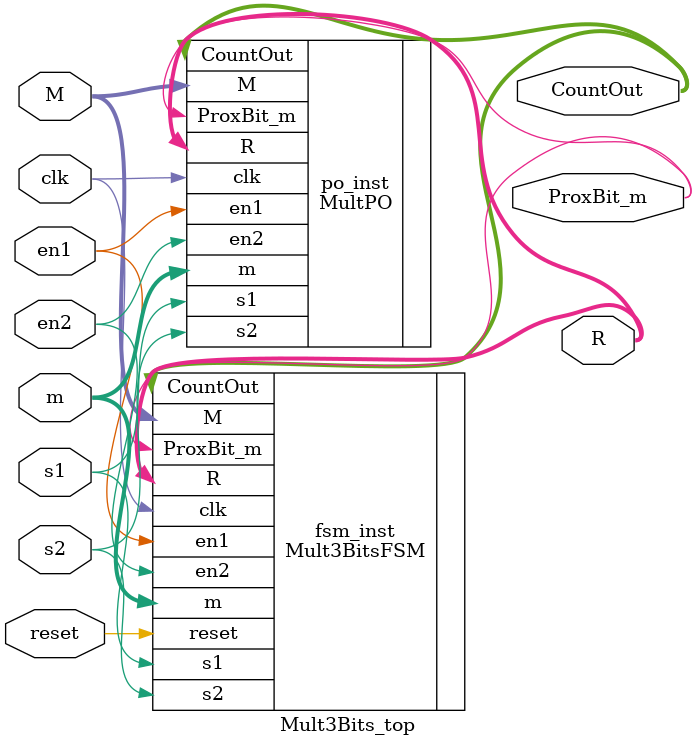
<source format=v>

`timescale 1ns/1ps

module Mult3Bits_top #(parameter WIDTH=3)(
  input [WIDTH-1:0] m,
  input [(WIDTH*2)-1:0] M,
  input clk,
  input reset,
  input s1,
  input s2,
  input en1,
  input en2,
  output reg ProxBit_m,
  output reg [1:0] CountOut,
  output reg [(WIDTH*2)-1:0] R
);

  // Inst�ncia da FSM
  Mult3BitsFSM #(WIDTH) fsm_inst (
    .m(m),
    .M(M),
    .clk(clk),
    .reset(reset),
    .s1(s1),
    .s2(s2),
    .en1(en1),
    .en2(en2),
    .ProxBit_m(ProxBit_m),
    .CountOut(CountOut),
    .R(R)
  );

  // Inst�ncia da Parte Operativa
  MultPO #(WIDTH) po_inst (
    .m(m),
    .M(M),
    .clk(clk),
    .s1(s1),
    .s2(s2),
    .en1(en1),
    .en2(en2),
    .ProxBit_m(ProxBit_m),
    .CountOut(CountOut),
    .R(R)
  );

endmodule


</source>
